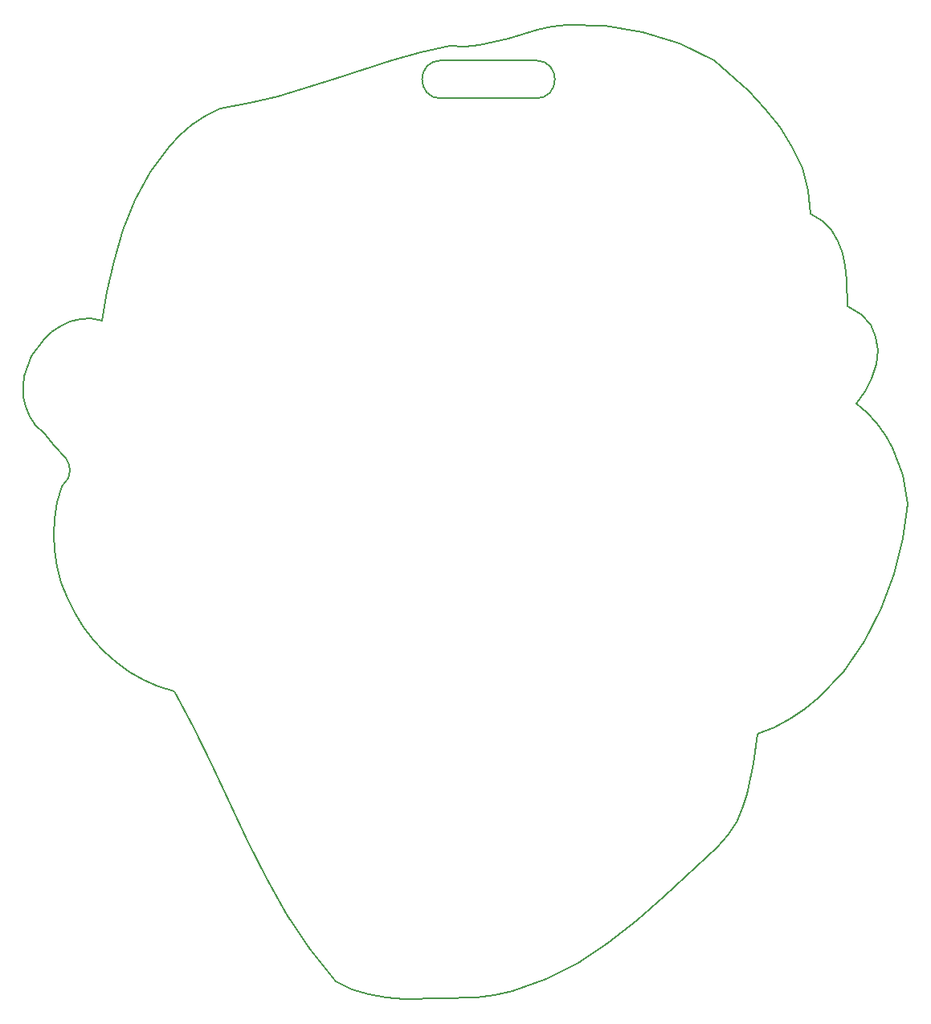
<source format=gm1>
G04 #@! TF.FileFunction,Profile,NP*
%FSLAX46Y46*%
G04 Gerber Fmt 4.6, Leading zero omitted, Abs format (unit mm)*
G04 Created by KiCad (PCBNEW 4.0.7) date Monday, 12 '12e' March '12e' 2018, 16:25:27*
%MOMM*%
%LPD*%
G01*
G04 APERTURE LIST*
%ADD10C,0.100000*%
%ADD11C,0.150000*%
%ADD12C,0.170161*%
G04 APERTURE END LIST*
D10*
D11*
X116240000Y-32740000D02*
X126240000Y-32740000D01*
X116240000Y-36740000D02*
X126240000Y-36740000D01*
X116240000Y-32740000D02*
G75*
G03X116240000Y-36740000I0J-2000000D01*
G01*
X126240000Y-36740000D02*
G75*
G03X126240000Y-32740000I0J2000000D01*
G01*
D12*
X129521954Y-29041429D02*
X127925985Y-29202827D01*
X127925985Y-29202827D02*
X126375608Y-29530411D01*
X126375608Y-29530411D02*
X123349471Y-30412064D01*
X123349471Y-30412064D02*
X120319221Y-31142144D01*
X120319221Y-31142144D02*
X118763702Y-31280277D01*
X118763702Y-31280277D02*
X117160534Y-31176384D01*
X117160534Y-31176384D02*
X114091395Y-31866720D01*
X114091395Y-31866720D02*
X111064460Y-32715787D01*
X111064460Y-32715787D02*
X105079233Y-34651403D01*
X105079233Y-34651403D02*
X99088901Y-36505920D01*
X99088901Y-36505920D02*
X96055586Y-37253589D01*
X96055586Y-37253589D02*
X92977513Y-37801995D01*
X92977513Y-37801995D02*
X91437277Y-38586795D01*
X91437277Y-38586795D02*
X90028815Y-39521013D01*
X90028815Y-39521013D02*
X88745646Y-40590059D01*
X88745646Y-40590059D02*
X87581290Y-41779328D01*
X87581290Y-41779328D02*
X85583103Y-44460160D01*
X85583103Y-44460160D02*
X83982417Y-47446773D01*
X83982417Y-47446773D02*
X82727394Y-50622379D01*
X82727394Y-50622379D02*
X81766198Y-53870219D01*
X81766198Y-53870219D02*
X81046995Y-57073525D01*
X81046995Y-57073525D02*
X80517945Y-60115552D01*
X80517945Y-60115552D02*
X79336681Y-59945707D01*
X79336681Y-59945707D02*
X78200931Y-60005440D01*
X78200931Y-60005440D02*
X77123729Y-60271808D01*
X77123729Y-60271808D02*
X76118109Y-60721717D01*
X76118109Y-60721717D02*
X75197106Y-61332107D01*
X75197106Y-61332107D02*
X74373752Y-62079915D01*
X74373752Y-62079915D02*
X73072131Y-63895627D01*
X73072131Y-63895627D02*
X72317516Y-65984416D01*
X72317516Y-65984416D02*
X72177921Y-67073589D01*
X72177921Y-67073589D02*
X72214181Y-68161877D01*
X72214181Y-68161877D02*
X72439327Y-69226229D01*
X72439327Y-69226229D02*
X72866395Y-70243584D01*
X72866395Y-70243584D02*
X73508417Y-71190901D01*
X73508417Y-71190901D02*
X74378430Y-72045131D01*
X74378430Y-72045131D02*
X75534687Y-73368117D01*
X75534687Y-73368117D02*
X76687318Y-74651040D01*
X76687318Y-74651040D02*
X77050522Y-75317600D01*
X77050522Y-75317600D02*
X77158718Y-76022293D01*
X77158718Y-76022293D02*
X76927206Y-76781163D01*
X76927206Y-76781163D02*
X76271284Y-77610283D01*
X76271284Y-77610283D02*
X75774866Y-79285440D01*
X75774866Y-79285440D02*
X75486523Y-80986517D01*
X75486523Y-80986517D02*
X75396960Y-82698613D01*
X75396960Y-82698613D02*
X75496883Y-84406848D01*
X75496883Y-84406848D02*
X75776999Y-86096309D01*
X75776999Y-86096309D02*
X76228014Y-87752117D01*
X76228014Y-87752117D02*
X76840632Y-89359349D01*
X76840632Y-89359349D02*
X77605561Y-90903115D01*
X77605561Y-90903115D02*
X78513507Y-92368533D01*
X78513507Y-92368533D02*
X79555174Y-93740693D01*
X79555174Y-93740693D02*
X80721271Y-95004704D01*
X80721271Y-95004704D02*
X82002501Y-96145653D01*
X82002501Y-96145653D02*
X83389572Y-97148661D01*
X83389572Y-97148661D02*
X84873190Y-97998816D01*
X84873190Y-97998816D02*
X86444059Y-98681237D01*
X86444059Y-98681237D02*
X88092888Y-99181013D01*
X88092888Y-99181013D02*
X90156860Y-103032523D01*
X90156860Y-103032523D02*
X92083729Y-106986091D01*
X92083729Y-106986091D02*
X95839288Y-114978731D01*
X95839288Y-114978731D02*
X97824547Y-118907456D01*
X97824547Y-118907456D02*
X99985836Y-122717547D01*
X99985836Y-122717547D02*
X102401442Y-126353824D01*
X102401442Y-126353824D02*
X105149645Y-129761120D01*
X105149645Y-129761120D02*
X106835833Y-130595947D01*
X106835833Y-130595947D02*
X108615062Y-131142208D01*
X108615062Y-131142208D02*
X110464733Y-131454432D01*
X110464733Y-131454432D02*
X112362248Y-131587125D01*
X112362248Y-131587125D02*
X116210417Y-131531872D01*
X116210417Y-131531872D02*
X119978782Y-131412619D01*
X119978782Y-131412619D02*
X121915921Y-131160896D01*
X121915921Y-131160896D02*
X123787237Y-130750805D01*
X123787237Y-130750805D02*
X127348830Y-129507189D01*
X127348830Y-129507189D02*
X130696427Y-127785141D01*
X130696427Y-127785141D02*
X133862890Y-125687979D01*
X133862890Y-125687979D02*
X136881081Y-123319072D01*
X136881081Y-123319072D02*
X139783862Y-120781760D01*
X139783862Y-120781760D02*
X145374647Y-115615307D01*
X145374647Y-115615307D02*
X146490577Y-114372064D01*
X146490577Y-114372064D02*
X147358942Y-113001536D01*
X147358942Y-113001536D02*
X148019409Y-111531605D01*
X148019409Y-111531605D02*
X148511641Y-109990123D01*
X148511641Y-109990123D02*
X149150060Y-106804043D01*
X149150060Y-106804043D02*
X149591518Y-103666261D01*
X149591518Y-103666261D02*
X151365822Y-102958304D01*
X151365822Y-102958304D02*
X153033989Y-102078379D01*
X153033989Y-102078379D02*
X154596415Y-101040277D01*
X154596415Y-101040277D02*
X156053500Y-99857781D01*
X156053500Y-99857781D02*
X158653242Y-97114773D01*
X158653242Y-97114773D02*
X160836403Y-93959648D01*
X160836403Y-93959648D02*
X162606169Y-90502720D01*
X162606169Y-90502720D02*
X163965730Y-86854293D01*
X163965730Y-86854293D02*
X164918273Y-83124661D01*
X164918273Y-83124661D02*
X165466987Y-79424128D01*
X165466987Y-79424128D02*
X164952109Y-76390229D01*
X164952109Y-76390229D02*
X163831775Y-73501013D01*
X163831775Y-73501013D02*
X163061652Y-72165216D01*
X163061652Y-72165216D02*
X162160669Y-70931051D01*
X162160669Y-70931051D02*
X161135665Y-69820341D01*
X161135665Y-69820341D02*
X159993473Y-68854901D01*
X159993473Y-68854901D02*
X160938337Y-67626048D01*
X160938337Y-67626048D02*
X161659540Y-66235147D01*
X161659540Y-66235147D02*
X162117189Y-64756576D01*
X162117189Y-64756576D02*
X162271387Y-63264747D01*
X162271387Y-63264747D02*
X162082243Y-61834048D01*
X162082243Y-61834048D02*
X161509859Y-60538869D01*
X161509859Y-60538869D02*
X160514343Y-59453632D01*
X160514343Y-59453632D02*
X159055799Y-58652704D01*
X159055799Y-58652704D02*
X159001303Y-55810880D01*
X159001303Y-55810880D02*
X158847522Y-54390464D01*
X158847522Y-54390464D02*
X158555491Y-53022709D01*
X158555491Y-53022709D02*
X158084791Y-51746880D01*
X158084791Y-51746880D02*
X157395002Y-50602208D01*
X157395002Y-50602208D02*
X156445704Y-49627968D01*
X156445704Y-49627968D02*
X155196476Y-48863392D01*
X155196476Y-48863392D02*
X154963972Y-46404757D01*
X154963972Y-46404757D02*
X154300674Y-44067392D01*
X154300674Y-44067392D02*
X153273169Y-41853248D01*
X153273169Y-41853248D02*
X151948043Y-39764267D01*
X151948043Y-39764267D02*
X150391884Y-37802411D01*
X150391884Y-37802411D02*
X148671281Y-35969611D01*
X148671281Y-35969611D02*
X145003080Y-32699029D01*
X145003080Y-32699029D02*
X141383353Y-30956885D01*
X141383353Y-30956885D02*
X137528277Y-29765589D01*
X137528277Y-29765589D02*
X133540321Y-29126581D01*
X133540321Y-29126581D02*
X129521953Y-29041248D01*
X129521953Y-29041248D02*
X129521954Y-29041429D01*
M02*

</source>
